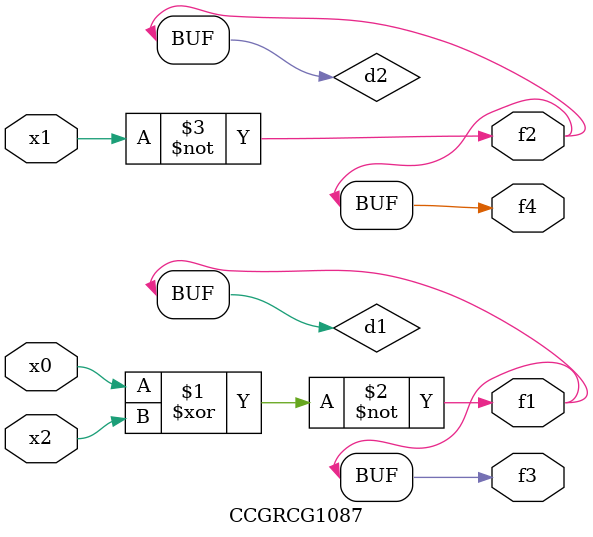
<source format=v>
module CCGRCG1087(
	input x0, x1, x2,
	output f1, f2, f3, f4
);

	wire d1, d2, d3;

	xnor (d1, x0, x2);
	nand (d2, x1);
	nor (d3, x1, x2);
	assign f1 = d1;
	assign f2 = d2;
	assign f3 = d1;
	assign f4 = d2;
endmodule

</source>
